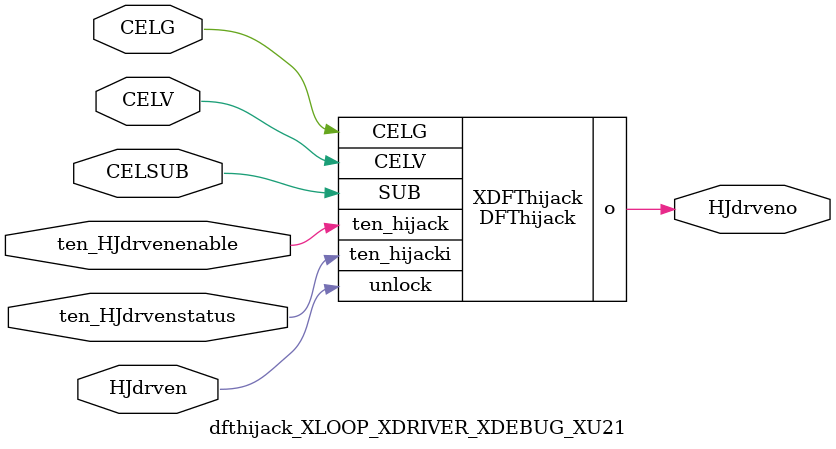
<source format=v>


module DFThijack ( o, CELG, CELV, SUB, ten_hijack, ten_hijacki, unlock );

  input CELV;
  input ten_hijack;
  input ten_hijacki;
  input unlock;
  output o;
  input SUB;
  input CELG;
endmodule


module dfthijack_XLOOP_XDRIVER_XDEBUG_XU21 (HJdrveno,CELG,CELV,CELSUB,ten_HJdrvenenable,ten_HJdrvenstatus,HJdrven);
output  HJdrveno;
input  CELG;
input  CELV;
input  CELSUB;
input  ten_HJdrvenenable;
input  ten_HJdrvenstatus;
input  HJdrven;

DFThijack XDFThijack(
  .o (HJdrveno),
  .CELG (CELG),
  .CELV (CELV),
  .SUB (CELSUB),
  .ten_hijack (ten_HJdrvenenable),
  .ten_hijacki (ten_HJdrvenstatus),
  .unlock (HJdrven)
);

endmodule


</source>
